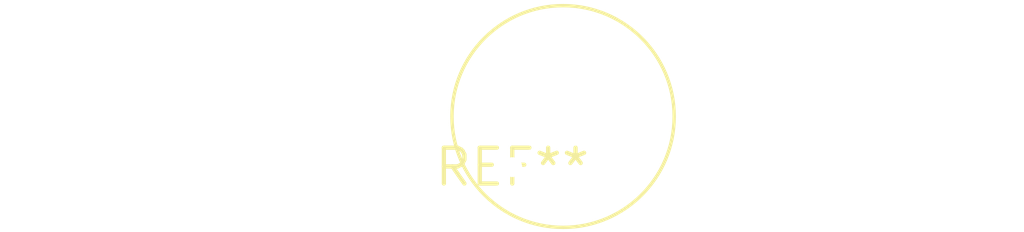
<source format=kicad_pcb>
(kicad_pcb (version 20240108) (generator pcbnew)
  (layers (0 "F.Cu" signal) (31 "B.Cu" signal) (34 "B.Paste" user) (35 "F.Paste" user) (36 "B.SilkS" user "B.Silkscreen") (37 "F.SilkS" user "F.Silkscreen") (38 "B.Mask" user) (39 "F.Mask" user) (44 "Edge.Cuts" user))
  (net 0 "")
  (footprint "Potentiometer_Bourns_3339H_Vertical" (layer "F.Cu") (at 0 0)
    (property "Reference" "REF**")
    (property "Value" "Potentiometer_Bourns_3339H_Vertical")
    (fp_circle (center 1.797 -1.795102) (end 5.727 -1.795102) (layer "F.SilkS") (stroke (width 0.12)) (fill none))
    (pad "1" thru_hole circle (at 0 0) (size 1.26 1.26) (drill 0.7) (layers *.Cu *.Mask) (remove_unused_layers))
    (pad "2" thru_hole circle (at 1.796051 -1.796051) (size 1.26 1.26) (drill 0.7) (layers *.Cu *.Mask) (remove_unused_layers))
    (pad "3" thru_hole circle (at 0 -3.592102) (size 1.26 1.26) (drill 0.7) (layers *.Cu *.Mask) (remove_unused_layers))
  )
)
</source>
